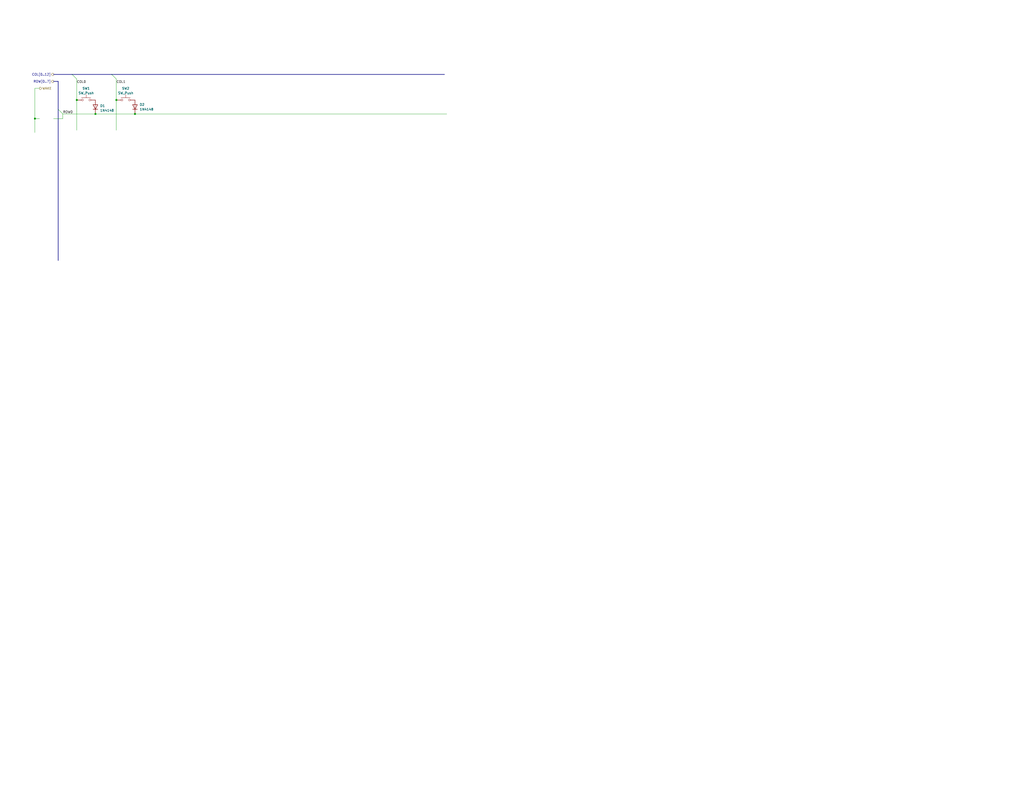
<source format=kicad_sch>
(kicad_sch (version 20230121) (generator eeschema)
  (paper "C")
  (lib_symbols
    (symbol "Diode:1N4148" (pin_numbers hide) (pin_names hide)
      (property "Reference" "D" (at 0 2.54 0))
      (property "Value" "1N4148" (at 0 -2.54 0))
      (symbol "1N4148_0_1"
        (polyline (pts (xy -1.27 1.27) (xy -1.27 -1.27)) (stroke (width 0.254)))
        (polyline (pts (xy 1.27 0) (xy -1.27 0)))
        (polyline (pts (xy 1.27 1.27) (xy 1.27 -1.27) (xy -1.27 0) (xy 1.27 1.27)) (stroke (width 0.254)))
      )
      (symbol "1N4148_1_1"
        (pin passive line (at -3.81 0 0) (length 2.54) (name "K") (number "1"))
        (pin passive line (at 3.81 0 180) (length 2.54) (name "A") (number "2"))
      )
    )
    (symbol "Switch:SW_Push" (pin_numbers hide) (pin_names (offset 1.016) hide)
      (property "Reference" "SW" (at 1.27 2.54 0))
      (property "Value" "SW_Push" (at 0 -1.524 0))
      (symbol "SW_Push_0_1"
        (circle (center -2.032 0) (radius 0.508))
        (polyline (pts (xy 0 1.27) (xy 0 3.048)))
        (polyline (pts (xy 2.54 1.27) (xy -2.54 1.27)))
        (circle (center 2.032 0) (radius 0.508))
        (pin passive line (at -5.08 0 0) (length 2.54) (name "1") (number "1"))
        (pin passive line (at 5.08 0 180) (length 2.54) (name "2") (number "2"))
      )
    )
  )
  (junction (at 19.05 64.77))
  (junction (at 63.5 54.61))
  (junction (at 41.91 54.61))
  (junction (at 73.66 62.23))
  (junction (at 52.07 62.23))
  (bus_entry (at 41.91 43.18) (size -2.54 -2.54))
  (bus_entry (at 63.5 43.18) (size -2.54 -2.54))
  (bus_entry (at 31.75 59.69) (size 2.54 2.54))
  (bus (pts (xy 60.96 40.64) (xy 242.57 40.64)))
  (wire (pts (xy 29.21 64.77) (xy 34.29 64.77)))
  (wire (pts (xy 63.5 43.18) (xy 63.5 54.61)))
  (wire (pts (xy 73.66 62.23) (xy 243.84 62.23)))
  (wire (pts (xy 19.05 48.26) (xy 19.05 64.77)))
  (wire (pts (xy 21.59 48.26) (xy 19.05 48.26)))
  (wire (pts (xy 34.29 62.23) (xy 52.07 62.23)))
  (bus (pts (xy 31.75 44.45) (xy 31.75 59.69)))
  (bus (pts (xy 39.37 40.64) (xy 60.96 40.64)))
  (bus (pts (xy 29.21 44.45) (xy 31.75 44.45)))
  (wire (pts (xy 41.91 43.18) (xy 41.91 54.61)))
  (wire (pts (xy 52.07 62.23) (xy 73.66 62.23)))
  (bus (pts (xy 31.75 59.69) (xy 31.75 142.24)))
  (wire (pts (xy 19.05 64.77) (xy 19.05 72.39)))
  (wire (pts (xy 41.91 54.61) (xy 41.91 71.12)))
  (bus (pts (xy 29.21 40.64) (xy 39.37 40.64)))
  (wire (pts (xy 34.29 64.77) (xy 34.29 62.23)))
  (wire (pts (xy 63.5 54.61) (xy 63.5 71.12)))
  (wire (pts (xy 19.05 64.77) (xy 21.59 64.77)))
  (label "COL0" (at 41.91 45.72 0))
  (label "ROW0" (at 34.29 62.23 0))
  (label "COL1" (at 63.5 45.72 0))
  (hierarchical_label "ROW[0..7]" (shape output) (at 29.21 44.45 180))
  (hierarchical_label "WAKE" (shape output) (at 21.59 48.26 0))
  (hierarchical_label "COL[0..12]" (shape output) (at 29.21 40.64 180))
  (symbol (lib_id "Switch:SW_Push") (at 46.99 54.61 0) (unit 1)
    (property "Reference" "SW1" (at 46.99 48.26 0))
    (property "Value" "SW_Push" (at 46.99 50.8 0))
  )
  (symbol (lib_id "Diode:1N4148") (at 73.66 58.42 90) (unit 1)
    (property "Reference" "D2" (at 76.2 57.15 90) (effects (justify right)))
    (property "Value" "1N4148" (at 76.2 59.69 90) (effects (justify right)))
    (property "Footprint" "Diode_THT:D_DO-35_SOD27_P7.62mm_Horizontal" (effects hide))
    (property "Datasheet" "https://assets.nexperia.com/documents/data-sheet/1N4148_1N4448.pdf" (effects hide))
    (property "Sim.Device" "D" (effects hide))
    (property "Sim.Pins" "1=K 2=A" (effects hide))
  )
  (symbol (lib_id "Diode:1N4148") (at 52.07 58.42 90) (unit 1)
    (property "Reference" "D1" (at 54.61 57.785 90) (effects (justify right)))
    (property "Value" "1N4148" (at 54.61 60.325 90) (effects (justify right)))
    (property "Footprint" "Diode_THT:D_DO-35_SOD27_P7.62mm_Horizontal" (effects hide))
    (property "Datasheet" "https://assets.nexperia.com/documents/data-sheet/1N4148_1N4448.pdf" (effects hide))
    (property "Sim.Device" "D" (effects hide))
    (property "Sim.Pins" "1=K 2=A" (effects hide))
  )
  (symbol (lib_id "Switch:SW_Push") (at 68.58 54.61 0) (unit 1)
    (property "Reference" "SW2" (at 68.58 48.26 0))
    (property "Value" "SW_Push" (at 68.58 50.8 0))
  )
)
</source>
